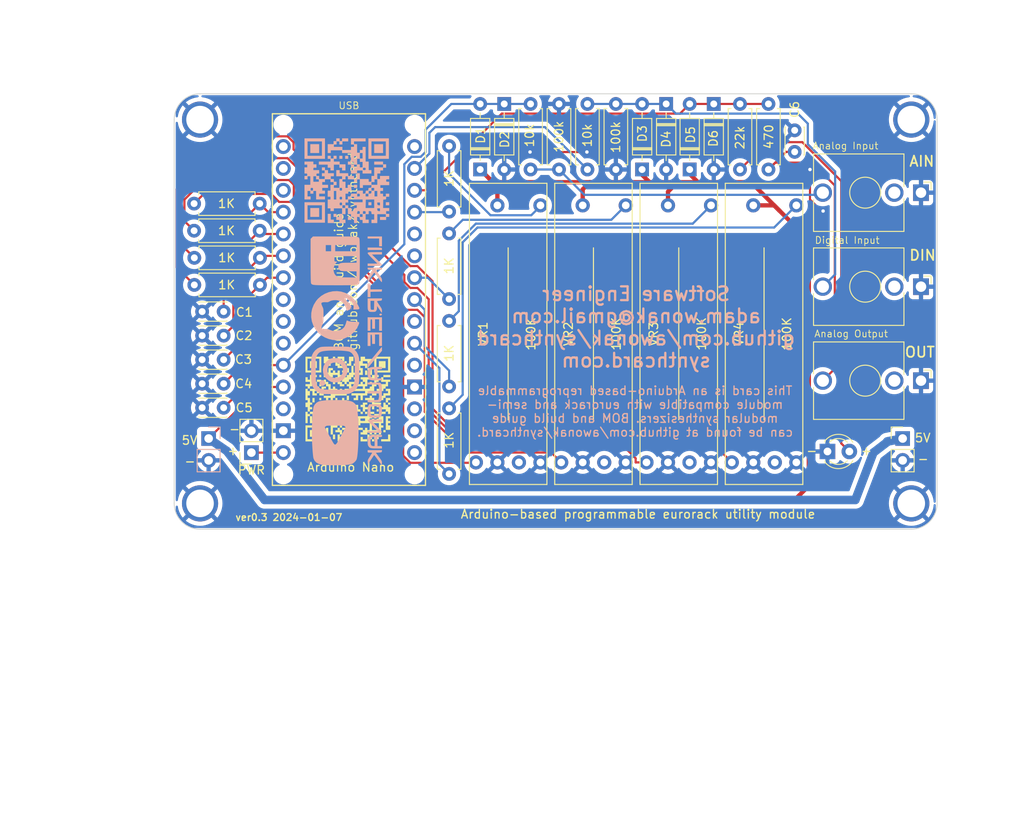
<source format=kicad_pcb>
(kicad_pcb (version 20221018) (generator pcbnew)
  (layers (0 "F.Cu" signal) (31 "B.Cu" signal) (34 "B.Paste" user) (35 "F.Paste" user) (36 "B.SilkS" user "B.Silkscreen") (37 "F.SilkS" user "F.Silkscreen") (38 "B.Mask" user) (39 "F.Mask" user) (44 "Edge.Cuts" user))
  (net 0 "")
  (net 1 "GND")
  (net 2 "A7")
  (net 4 "D5")
  (net 5 "A0")
  (net 6 "A1")
  (net 7 "A2")
  (net 8 "A3")
  (net 12 "D11")
  (net 17 "D3")
  (net 19 "Net-(D3-A)")
  (net 20 "D6")
  (net 23 "D9")
  (net 24 "D10")
  (net 25 "Net-(C6-Pad1)")
  (net 31 "Net-(VR1B-2)")
  (net 32 "Net-(VR2B-2)")
  (net 33 "Net-(VR3B-2)")
  (net 34 "Net-(VR4B-2)")
  (net 35 "+5V")
  (net 36 "Net-(D7-A)")
  (net 37 "Net-(J1-PadT)")
  (net 40 "Net-(VR1A-A)")
  (net 41 "Net-(VR2A-A)")
  (net 42 "Net-(VR3A-A)")
  (net 43 "Net-(VR4A-A)")
  (net 44 "VIN")
  (footprint "Diode_THT:D_DO-35_SOD27_P7.62mm_Horizontal" (layer "F.Cu") (at 159.766 76.2 90)
    (fp_text reference "D5" (at 4.0386 0.1016 90) (layer "F.SilkS"))
    (fp_text value "BAT43" hide)
    (pad "1" thru_hole rect (at 0 0 90) (size 1.6 1.6) (drill 0.8) (layers "*.Cu" "*.Mask") (net 35 "+5V"))
    (pad "2" thru_hole oval (at 7.62 0 90) (size 1.6 1.6) (drill 0.8) (layers "*.Cu" "*.Mask") (net 24 "D10"))
  )
  (footprint "Capacitor_THT:C_Disc_D3.0mm_W2.0mm_P2.50mm" (layer "F.Cu") (at 171.958 74.148 90)
    (fp_text reference "C6" (at 4.9162 0.0008 90) (layer "F.SilkS"))
    (fp_text value "4.7uF")
    (pad "1" thru_hole circle (at 0 0 90) (size 1.6 1.6) (drill 0.8) (layers "*.Cu" "*.Mask") (net 25 "Net-(C6-Pad1)"))
    (pad "2" thru_hole circle (at 2.5 0 90) (size 1.6 1.6) (drill 0.8) (layers "*.Cu" "*.Mask") (net 1 "GND"))
  )
  (footprint "Demo:qr" (layer "F.Cu") (at 119.95 77.5 90)
    (fp_text reference "G***" hide)
    (fp_text value "LOGO" hide)
  )
  (footprint "Resistor_THT:R_Axial_DIN0207_L6.3mm_D2.5mm_P7.62mm_Horizontal" (layer "F.Cu") (at 144.58696 76.2 90)
    (fp_text reference "R6")
    (fp_text value "100k" (at 3.81 -0.01016 90) (layer "F.SilkS"))
    (pad "1" thru_hole circle (at 0 0 90) (size 1.6 1.6) (drill 0.8) (layers "*.Cu" "*.Mask") (net 37 "Net-(J1-PadT)"))
    (pad "2" thru_hole oval (at 7.62 0 90) (size 1.6 1.6) (drill 0.8) (layers "*.Cu" "*.Mask") (net 1 "GND"))
  )
  (footprint "MountingHole:MountingHole_3.2mm_M3_Pad" (layer "F.Cu") (at 102.900002 114.999997)
    (fp_text reference "H4" hide)
    (fp_text value "MountingHole_Pad" hide)
    (pad "1" thru_hole circle (at 0 0) (size 4.2 4.2) (drill 3.2) (layers "*.Cu" "*.Mask") (net 1 "GND"))
  )
  (footprint "Resistor_THT:R_Axial_DIN0207_L6.3mm_D2.5mm_P7.62mm_Horizontal" (layer "F.Cu") (at 109.8296 80.1624 180)
    (fp_text reference "R1")
    (fp_text value "1K" (at 3.8608 0) (layer "F.SilkS"))
    (pad "1" thru_hole circle (at 0 0 180) (size 1.6 1.6) (drill 0.8) (layers "*.Cu" "*.Mask") (net 5 "A0"))
    (pad "2" thru_hole oval (at 7.62 0 180) (size 1.6 1.6) (drill 0.8) (layers "*.Cu" "*.Mask") (net 31 "Net-(VR1B-2)"))
  )
  (footprint "Resistor_THT:R_Axial_DIN0207_L6.3mm_D2.5mm_P7.62mm_Horizontal" (layer "F.Cu") (at 131.826 73.474 -90)
    (fp_text reference "R11")
    (fp_text value "1K" (at 3.7592 0 90) (layer "F.SilkS"))
    (pad "1" thru_hole circle (at 0 0 270) (size 1.6 1.6) (drill 0.8) (layers "*.Cu" "*.Mask") (net 40 "Net-(VR1A-A)"))
    (pad "2" thru_hole oval (at 7.62 0 270) (size 1.6 1.6) (drill 0.8) (layers "*.Cu" "*.Mask") (net 23 "D9"))
  )
  (footprint "Capacitor_THT:C_Disc_D3.0mm_W2.0mm_P2.50mm" (layer "F.Cu") (at 105.644 98.298 180)
    (fp_text reference "C3" (at -2.306 0.0254) (layer "F.SilkS"))
    (fp_text value "0.1uF")
    (pad "1" thru_hole circle (at 0 0 180) (size 1.6 1.6) (drill 0.8) (layers "*.Cu" "*.Mask") (net 7 "A2"))
    (pad "2" thru_hole circle (at 2.5 0 180) (size 1.6 1.6) (drill 0.8) (layers "*.Cu" "*.Mask") (net 1 "GND"))
  )
  (footprint "Diode_THT:D_DO-35_SOD27_P7.62mm_Horizontal" (layer "F.Cu") (at 162.56 68.58 -90)
    (fp_text reference "D6" (at 4.0132 0.0508 90) (layer "F.SilkS"))
    (fp_text value "BAT43" hide)
    (pad "1" thru_hole rect (at 0 0 270) (size 1.6 1.6) (drill 0.8) (layers "*.Cu" "*.Mask") (net 24 "D10"))
    (pad "2" thru_hole oval (at 7.62 0 270) (size 1.6 1.6) (drill 0.8) (layers "*.Cu" "*.Mask") (net 1 "GND"))
  )
  (footprint "PCM_4ms_Potentiometer:Pot_Slider_LED_20mm_RA2045F" (layer "F.Cu") (at 148.59 95.3008)
    (fp_text reference "VR2" (at -2.91 0 90) (layer "F.SilkS"))
    (fp_text value "100K" (at 2.65 0 90) (layer "F.SilkS"))
    (pad "LEDA" thru_hole circle (at 3.74904 -14.9352 90) (size 1.651 1.651) (drill 0.889) (layers "*.Cu" "*.Mask") (net 41 "Net-(VR2A-A)"))
    (pad "LEDC" thru_hole circle (at 3.74904 14.9352 90) (size 1.651 1.651) (drill 0.889) (layers "*.Cu" "*.Mask") (net 1 "GND"))
    (pad "NC" thru_hole circle (at 1.24968 14.9352 90) (size 1.651 1.651) (drill 0.889) (layers "*.Cu" "*.Mask"))
    (pad "P1" thru_hole circle (at -1.24968 14.9352 90) (size 1.651 1.651) (drill 0.889) (layers "*.Cu" "*.Mask") (net 1 "GND"))
    (pad "P2" thru_hole circle (at -3.74904 14.9352 90) (size 1.651 1.651) (drill 0.889) (layers "*.Cu" "*.Mask") (net 32 "Net-(VR2B-2)"))
    (pad "P3" thru_hole circle (at -1.24968 -14.9352 90) (size 1.651 1.651) (drill 0.889) (layers "*.Cu" "*.Mask") (net 35 "+5V"))
  )
  (footprint "Resistor_THT:R_Axial_DIN0207_L6.3mm_D2.5mm_P7.62mm_Horizontal" (layer "F.Cu") (at 141.28496 76.2 90)
    (fp_text reference "R5")
    (fp_text value "10k" (at 3.9624 -0.11176 90) (layer "F.SilkS"))
    (pad "1" thru_hole circle (at 0 0 90) (size 1.6 1.6) (drill 0.8) (layers "*.Cu" "*.Mask") (net 37 "Net-(J1-PadT)"))
    (pad "2" thru_hole oval (at 7.62 0 90) (size 1.6 1.6) (drill 0.8) (layers "*.Cu" "*.Mask") (net 2 "A7"))
  )
  (footprint "Demo:qr2" (layer "F.Cu") (at 120.0678 102.8735)
    (fp_text reference "G***" hide)
    (fp_text value "LOGO" hide)
  )
  (footprint "Demo:socials" (layer "F.Cu") (at 119.027049 97.563055 90)
    (fp_text reference "G***" hide)
    (fp_text value "LOGO" hide)
  )
  (footprint "Resistor_THT:R_Axial_DIN0207_L6.3mm_D2.5mm_P7.62mm_Horizontal" (layer "F.Cu") (at 109.8296 83.312 180)
    (fp_text reference "R2")
    (fp_text value "1K" (at 3.8608 0) (layer "F.SilkS"))
    (pad "1" thru_hole circle (at 0 0 180) (size 1.6 1.6) (drill 0.8) (layers "*.Cu" "*.Mask") (net 6 "A1"))
    (pad "2" thru_hole oval (at 7.62 0 180) (size 1.6 1.6) (drill 0.8) (layers "*.Cu" "*.Mask") (net 32 "Net-(VR2B-2)"))
  )
  (footprint "Resistor_THT:R_Axial_DIN0207_L6.3mm_D2.5mm_P7.62mm_Horizontal" (layer "F.Cu") (at 131.826 103.954 -90)
    (fp_text reference "R14")
    (fp_text value "1K" (at 3.7084 0 90) (layer "F.SilkS"))
    (pad "1" thru_hole circle (at 0 0 270) (size 1.6 1.6) (drill 0.8) (layers "*.Cu" "*.Mask") (net 43 "Net-(VR4A-A)"))
    (pad "2" thru_hole oval (at 7.62 0 270) (size 1.6 1.6) (drill 0.8) (layers "*.Cu" "*.Mask") (net 17 "D3"))
  )
  (footprint "Capacitor_THT:C_Disc_D3.0mm_W2.0mm_P2.50mm" (layer "F.Cu") (at 105.644 92.71 180)
    (fp_text reference "C1" (at -2.4076 -0.0762) (layer "F.SilkS"))
    (fp_text value "0.1uF")
    (pad "1" thru_hole circle (at 0 0 180) (size 1.6 1.6) (drill 0.8) (layers "*.Cu" "*.Mask") (net 5 "A0"))
    (pad "2" thru_hole circle (at 2.5 0 180) (size 1.6 1.6) (drill 0.8) (layers "*.Cu" "*.Mask") (net 1 "GND"))
  )
  (footprint "Resistor_THT:R_Axial_DIN0207_L6.3mm_D2.5mm_P7.62mm_Horizontal" (layer "F.Cu") (at 131.826 93.794 -90)
    (fp_text reference "R13")
    (fp_text value "1K" (at 3.7592 0 90) (layer "F.SilkS"))
    (pad "1" thru_hole circle (at 0 0 270) (size 1.6 1.6) (drill 0.8) (layers "*.Cu" "*.Mask") (net 42 "Net-(VR3A-A)"))
    (pad "2" thru_hole oval (at 7.62 0 270) (size 1.6 1.6) (drill 0.8) (layers "*.Cu" "*.Mask") (net 4 "D5"))
  )
  (footprint "Resistor_THT:R_Axial_DIN0207_L6.3mm_D2.5mm_P7.62mm_Horizontal" (layer "F.Cu") (at 151.19096 68.58 -90)
    (fp_text reference "R8")
    (fp_text value "100k" (at 3.8608 0.01016 90) (layer "F.SilkS"))
    (pad "1" thru_hole circle (at 0 0 270) (size 1.6 1.6) (drill 0.8) (layers "*.Cu" "*.Mask") (net 19 "Net-(D3-A)"))
    (pad "2" thru_hole oval (at 7.62 0 270) (size 1.6 1.6) (drill 0.8) (layers "*.Cu" "*.Mask") (net 1 "GND"))
  )
  (footprint "Resistor_THT:R_Axial_DIN0207_L6.3mm_D2.5mm_P7.62mm_Horizontal" (layer "F.Cu") (at 109.855 86.4616 180)
    (fp_text reference "R3")
    (fp_text value "1K" (at 3.8608 0) (layer "F.SilkS"))
    (pad "1" thru_hole circle (at 0 0 180) (size 1.6 1.6) (drill 0.8) (layers "*.Cu" "*.Mask") (net 7 "A2"))
    (pad "2" thru_hole oval (at 7.62 0 180) (size 1.6 1.6) (drill 0.8) (layers "*.Cu" "*.Mask") (net 33 "Net-(VR3B-2)"))
  )
  (footprint "MountingHole:MountingHole_3.2mm_M3_Pad" (layer "F.Cu") (at 185.5 70.4)
    (fp_text reference "H2" hide)
    (fp_text value "MountingHole_Pad" hide)
    (pad "1" thru_hole circle (at 0 0) (size 4.2 4.2) (drill 3.2) (layers "*.Cu" "*.Mask") (net 1 "GND"))
  )
  (footprint "Resistor_THT:R_Axial_DIN0207_L6.3mm_D2.5mm_P7.62mm_Horizontal" (layer "F.Cu") (at 147.88896 68.58 -90)
    (fp_text reference "R7")
    (fp_text value "10k" (at 3.6576 0.01016 90) (layer "F.SilkS"))
    (pad "1" thru_hole circle (at 0 0 270) (size 1.6 1.6) (drill 0.8) (layers "*.Cu" "*.Mask") (net 19 "Net-(D3-A)"))
    (pad "2" thru_hole oval (at 7.62 0 270) (size 1.6 1.6) (drill 0.8) (layers "*.Cu" "*.Mask") (net 12 "D11"))
  )
  (footprint "Connector_Audio:Jack_3.5mm_QingPu_WQP-PJ398SM_Vertical_CircularHoles" (layer "F.Cu") (at 186.628 78.8924 -90)
    (fp_text reference "J1")
    (fp_text value "Analog Input")
    (pad "S" thru_hole rect (at 0 0 90) (size 1.93 1.83) (drill 1.22) (layers "*.Cu" "*.Mask") (net 1 "GND"))
    (pad "T" thru_hole circle (at 0 11.4 90) (size 2.13 2.13) (drill 1.43) (layers "*.Cu" "*.Mask") (net 37 "Net-(J1-PadT)"))
    (pad "TN" thru_hole circle (at 0 3.1 90) (size 2.13 2.13) (drill 1.42) (layers "*.Cu" "*.Mask"))
  )
  (footprint "Resistor_THT:R_Axial_DIN0207_L6.3mm_D2.5mm_P7.62mm_Horizontal" (layer "F.Cu") (at 165.608 68.58 -90)
    (fp_text reference "R9")
    (fp_text value "22k" (at 3.9116 0 90) (layer "F.SilkS"))
    (pad "1" thru_hole circle (at 0 0 270) (size 1.6 1.6) (drill 0.8) (layers "*.Cu" "*.Mask") (net 24 "D10"))
    (pad "2" thru_hole oval (at 7.62 0 270) (size 1.6 1.6) (drill 0.8) (layers "*.Cu" "*.Mask") (net 36 "Net-(D7-A)"))
  )
  (footprint "PCM_4ms_Potentiometer:Pot_Slider_LED_20mm_RA2045F" (layer "F.Cu") (at 168.402 95.3008)
    (fp_text reference "VR4" (at -2.91 0 90) (layer "F.SilkS"))
    (fp_text value "100K" (at 2.65 0 90) (layer "F.SilkS"))
    (pad "LEDA" thru_hole circle (at 3.74904 -14.9352 90) (size 1.651 1.651) (drill 0.889) (layers "*.Cu" "*.Mask") (net 43 "Net-(VR4A-A)"))
    (pad "LEDC" thru_hole circle (at 3.74904 14.9352 90) (size 1.651 1.651) (drill 0.889) (layers "*.Cu" "*.Mask") (net 1 "GND"))
    (pad "NC" thru_hole circle (at 1.24968 14.9352 90) (size 1.651 1.651) (drill 0.889) (layers "*.Cu" "*.Mask"))
    (pad "P1" thru_hole circle (at -1.24968 14.9352 90) (size 1.651 1.651) (drill 0.889) (layers "*.Cu" "*.Mask") (net 1 "GND"))
    (pad "P2" thru_hole circle (at -3.74904 14.9352 90) (size 1.651 1.651) (drill 0.889) (layers "*.Cu" "*.Mask") (net 34 "Net-(VR4B-2)"))
    (pad "P3" thru_hole circle (at -1.24968 -14.9352 90) (size 1.651 1.651) (drill 0.889) (layers "*.Cu" "*.Mask") (net 35 "+5V"))
  )
  (footprint "LED_THT:LED_D3.0mm" (layer "F.Cu") (at 175.768 108.966)
    (fp_text reference "D7")
    (fp_text value "LED" hide)
    (pad "1" thru_hole rect (at 0 0) (size 1.8 1.8) (drill 0.9) (layers "*.Cu" "*.Mask") (net 1 "GND"))
    (pad "2" thru_hole circle (at 2.54 0) (size 1.8 1.8) (drill 0.9) (layers "*.Cu" "*.Mask") (net 36 "Net-(D7-A)"))
  )
  (footprint "MountingHole:MountingHole_3.2mm_M3_Pad" (layer "F.Cu") (at 102.9 70.4)
    (fp_text reference "H1" hide)
    (fp_text value "MountingHole_Pad" hide)
    (pad "1" thru_hole circle (at 0 0) (size 4.2 4.2) (drill 3.2) (layers "*.Cu" "*.Mask") (net 1 "GND"))
  )
  (footprint "Connector_PinHeader_2.54mm:PinHeader_1x02_P2.54mm_Vertical" (layer "F.Cu") (at 184.5 107.46)
    (fp_text reference "J4" hide)
    (fp_text value "Conn_01x02" hide)
    (pad "1" thru_hole rect (at 0 0) (size 1.7 1.7) (drill 1) (layers "*.Cu" "*.Mask") (net 35 "+5V"))
    (pad "2" thru_hole oval (at 0 2.54) (size 1.7 1.7) (drill 1) (layers "*.Cu" "*.Mask") (net 1 "GND"))
  )
  (footprint "Diode_THT:D_DO-35_SOD27_P7.62mm_Horizontal" (layer "F.Cu") (at 135.4328 76.2 90)
    (fp_text reference "D1" (at 3.9878 0.0508 90) (layer "F.SilkS"))
    (fp_text value "BAT43" hide)
    (pad "1" thru_hole rect (at 0 0 90) (size 1.6 1.6) (drill 0.8) (layers "*.Cu" "*.Mask") (net 35 "+5V"))
    (pad "2" thru_hole oval (at 7.62 0 90) (size 1.6 1.6) (drill 0.8) (layers "*.Cu" "*.Mask") (net 2 "A7"))
  )
  (footprint "Diode_THT:D_DO-35_SOD27_P7.62mm_Horizontal" (layer "F.Cu") (at 154.23896 76.2 90)
    (fp_text reference "D3" (at 4.1656 0.0254 90) (layer "F.SilkS"))
    (fp_text value "BAT43" hide)
    (pad "1" thru_hole rect (at 0 0 90) (size 1.6 1.6) (drill 0.8) (layers "*.Cu" "*.Mask") (net 35 "+5V"))
    (pad "2" thru_hole oval (at 7.62 0 90) (size 1.6 1.6) (drill 0.8) (layers "*.Cu" "*.Mask") (net 19 "Net-(D3-A)"))
  )
  (footprint "Connector_PinSocket_2.54mm:PinSocket_1x02_P2.54mm_Vertical" (layer "F.Cu") (at 108.8644 109.098 180)
    (fp_text reference "J6" hide)
    (fp_text value "Conn_01x02")
    (fp_text user "PWR" (at 0 -2.027 180) (layer "F.SilkS"))
    (pad "1" thru_hole rect (at 0 0 180) (size 1.7 1.7) (drill 1) (layers "*.Cu" "*.Mask") (net 44 "VIN"))
    (pad "2" thru_hole oval (at 0 2.54 180) (size 1.7 1.7) (drill 1) (layers "*.Cu" "*.Mask") (net 1 "GND"))
  )
  (footprint "MountingHole:MountingHole_3.2mm_M3_Pad" (layer "F.Cu") (at 185.5 115)
    (fp_text reference "H3" hide)
    (fp_text value "MountingHole_Pad" hide)
    (pad "1" thru_hole circle (at 0 0) (size 4.2 4.2) (drill 3.2) (layers "*.Cu" "*.Mask") (net 1 "GND"))
  )
  (footprint "PCM_4ms_Potentiometer:Pot_Slider_LED_20mm_RA2045F" (layer "F.Cu") (at 138.684 95.3008)
    (fp_text reference "VR1" (at -2.91 0 90) (layer "F.SilkS"))
    (fp_text value "100K" (at 2.65 0 90) (layer "F.SilkS"))
    (pad "LEDA" thru_hole circle (at 3.74904 -14.9352 90) (size 1.651 1.651) (drill 0.889) (layers "*.Cu" "*.Mask") (net 40 "Net-(VR1A-A)"))
    (pad "LEDC" thru_hole circle (at 3.74904 14.9352 90) (size 1.651 1.651) (drill 0.889) (layers "*.Cu" "*.Mask") (net 1 "GND"))
    (pad "NC" thru_hole circle (at 1.24968 14.9352 90) (size 1.651 1.651) (drill 0.889) (layers "*.Cu" "*.Mask"))
    (pad "P1" thru_hole circle (at -1.24968 14.9352 90) (size 1.651 1.651) (drill 0.889) (layers "*.Cu" "*.Mask") (net 1 "GND"))
    (pad "P2" thru_hole circle (at -3.74904 14.9352 90) (size 1.651 1.651) (drill 0.889) (layers "*.Cu" "*.Mask") (net 31 "Net-(VR1B-2)"))
    (pad "P3" thru_hole circle (at -1.24968 -14.9352 90) (size 1.651 1.651) (drill 0.889) (layers "*.Cu" "*.Mask") (net 35 "+5V"))
  )
  (footprint "PCM_arduino-library:Arduino_Nano_Socket" (layer "F.Cu") (at 120.1928 69.723 180)
    (fp_text reference "A1")
    (fp_text value "Arduino Nano" (at -0.2032 -41.0718 180) (layer "F.SilkS"))
    (fp_text user "USB" (at 0 0.9525) (layer "F.SilkS") (effects (font (size 0.8 0.8) (thickness 0.1))))
    (pad "" np_thru_hole circle (at -7.62 -41.91 180) (size 1.8 1.8) (drill 1.8) (layers "F&B.Cu" "*.Mask"))
    (pad "" np_thru_hole circle (at -7.62 -1.27 180) (size 1.8 1.8) (drill 1.8) (layers "F&B.Cu" "*.Mask"))
    (pad "" np_thru_hole circle (at 7.62 -41.91 180) (size 1.8 1.8) (drill 1.8) (layers "F&B.Cu" "*.Mask"))
    (pad "" np_thru_hole circle (at 7.62 -1.27 180) (size 1.8 1.8) (drill 1.8) (layers "F&B.Cu" "*.Mask"))
    (pad "3V3" thru_hole circle (at 7.62 -6.35 180) (size 1.7272 1.7272) (drill 1.016) (layers "*.Cu" "*.Mask"))
    (pad "5V" thru_hole circle (at 7.62 -31.75 180) (size 1.7272 1.7272) (drill 1.016) (layers "*.Cu" "*.Mask") (net 35 "+5V"))
    (pad "A0" thru_hole circle (at 7.62 -11.43 180) (size 1.7272 1.7272) (drill 1.016) (layers "*.Cu" "*.Mask") (net 5 "A0"))
    (pad "A1" thru_hole circle (at 7.62 -13.97 180) (size 1.7272 1.7272) (drill 1.016) (layers "*.Cu" "*.Mask") (net 6 "A1"))
    (pad "A2" thru_hole circle (at 7.62 -16.51 180) (size 1.7272 1.7272) (drill 1.016) (layers "*.Cu" "*.Mask") (net 7 "A2"))
    (pad "A3" thru_hole circle (at 7.62 -19.05 180) (size 1.7272 1.7272) (drill 1.016) (layers "*.Cu" "*.Mask") (net 8 "A3"))
    (pad "A4" thru_hole circle (at 7.62 -21.59 180) (size 1.7272 1.7272) (drill 1.016) (layers "*.Cu" "*.Mask"))
    (pad "A5" thru_hole circle (at 7.62 -24.13 180) (size 1.7272 1.7272) (drill 1.016) (layers "*.Cu" "*.Mask"))
    (pad "A6" thru_hole circle (at 7.62 -26.67 180) (size 1.7272 1.7272) (drill 1.016) (layers "*.Cu" "*.Mask"))
    (pad "A7" thru_hole circle (at 7.62 -29.21 180) (size 1.7272 1.7272) (drill 1.016) (layers "*.Cu" "*.Mask") (net 2 "A7"))
    (pad "AREF" thru_hole circle (at 7.62 -8.89 180) (size 1.7272 1.7272) (drill 1.016) (layers "*.Cu" "*.Mask"))
    (pad "D0" thru_hole circle (at -7.62 -36.83 180) (size 1.7272 1.7272) (drill 1.016) (layers "*.Cu" "*.Mask"))
    (pad "D1" thru_hole circle (at -7.62 -39.37 180) (size 1.7272 1.7272) (drill 1.016) (layers "*.Cu" "*.Mask"))
    (pad "D2" thru_hole circle (at -7.62 -29.21 180) (size 1.7272 1.7272) (drill 1.016) (layers "*.Cu" "*.Mask"))
    (pad "D3" thru_hole circle (at -7.62 -26.67 180) (size 1.7272 1.7272) (drill 1.016) (layers "*.Cu" "*.Mask") (net 17 "D3"))
    (pad "D4" thru_hole circle (at -7.62 -24.13 180) (size 1.7272 1.7272) (drill 1.016) (layers "*.Cu" "*.Mask"))
    (pad "D5" thru_hole circle (at -7.62 -21.59 180) (size 1.7272 1.7272) (drill 1.016) (layers "*.Cu" "*.Mask") (net 4 "D5"))
    (pad "D6" thru_hole circle (at -7.62 -19.05 180) (size 1.7272 1.7272) (drill 1.016) (layers "*.Cu" "*.Mask") (net 20 "D6"))
    (pad "D7" thru_hole circle (at -7.62 -16.51 180) (size 1.7272 1.7272) (drill 1.016) (layers "*.Cu" "*.Mask"))
    (pad "D8" thru_hole circle (at -7.62 -13.97 180) (size 1.7272 1.7272) (drill 1.016) (layers "*.Cu" "*.Mask"))
    (pad "D9" thru_hole circle (at -7.62 -11.43 180) (size 1.7272 1.7272) (drill 1.016) (layers "*.Cu" "*.Mask") (net 23 "D9"))
    (pad "D10" thru_hole circle (at -7.62 -8.89 180) (size 1.7272 1.7272) (drill 1.016) (layers "*.Cu" "*.Mask") (net 24 "D10"))
    (pad "D11" thru_hole circle (at -7.62 -6.35 180) (size 1.7272 1.7272) (drill 1.016) (layers "*.Cu" "*.Mask") (net 12 "D11"))
    (pad "D12" thru_hole circle (at -7.62 -3.81 180) (size 1.7272 1.7272) (drill 1.016) (layers "*.Cu" "*.Mask"))
    (pad "D13" thru_hole circle (at 7.62 -3.81 180) (size 1.7272 1.7272) (drill 1.016) (layers "*.Cu" "*.Mask"))
    (pad "GND1" thru_hole rect (at -7.62 -31.75 180) (size 1.7272 1.7272) (drill 1.016) (layers "*.Cu" "*.Mask") (net 1 "GND"))
    (pad "GND2" thru_hole rect (at 7.62 -36.83 180) (size 1.7272 1.7272) (drill 1.016) (layers "*.Cu" "*.Mask") (net 1 "GND"))
    (pad "RST1" thru_hole circle (at -7.62 -34.29 180) (size 1.7272 1.7272) (drill 1.016) (layers "*.Cu" "*.Mask"))
    (pad "RST2" thru_hole circle (at 7.62 -34.29 180) (size 1.7272 1.7272) (drill 1.016) (layers "*.Cu" "*.Mask"))
    (pad "VIN" thru_hole circle (at 7.62 -39.37 180) (size 1.7272 1.7272) (drill 1.016) (layers "*.Cu" "*.Mask") (net 44 "VIN"))
  )
  (footprint "Capacitor_THT:C_Disc_D3.0mm_W2.0mm_P2.50mm" (layer "F.Cu") (at 105.644 103.886 180)
    (fp_text reference "C5" (at -2.3822 0) (layer "F.SilkS"))
    (fp_text value "0.1uF")
    (pad "1" thru_hole circle (at 0 0 180) (size 1.6 1.6) (drill 0.8) (layers "*.Cu" "*.Mask") (net 2 "A7"))
    (pad "2" thru_hole circle (at 2.5 0 180) (size 1.6 1.6) (drill 0.8) (layers "*.Cu" "*.Mask") (net 1 "GND"))
  )
  (footprint "Capacitor_THT:C_Disc_D3.0mm_W2.0mm_P2.50mm" (layer "F.Cu") (at 105.644 101.092 180)
    (fp_text reference "C4" (at -2.3314 0) (layer "F.SilkS"))
    (fp_text value "0.1uF")
    (pad "1" thru_hole circle (at 0 0 180) (size 1.6 1.6) (drill 0.8) (layers "*.Cu" "*.Mask") (net 8 "A3"))
    (pad "2" thru_hole circle (at 2.5 0 180) (size 1.6 1.6) (drill 0.8) (layers "*.Cu" "*.Mask") (net 1 "GND"))
  )
  (footprint "PCM_4ms_Potentiometer:Pot_Slider_LED_20mm_RA2045F" (layer "F.Cu") (at 158.496 95.3008)
    (fp_text reference "VR3" (at -2.91 0 90) (layer "F.SilkS"))
    (fp_text value "100K" (at 2.65 0 90) (layer "F.SilkS"))
    (pad "LEDA" thru_hole circle (at 3.74904 -14.9352 90) (size 1.651 1.651) (drill 0.889) (layers "*.Cu" "*.Mask") (net 42 "Net-(VR3A-A)"))
    (pad "LEDC" thru_hole circle (at 3.74904 14.9352 90) (size 1.651 1.651) (drill 0.889) (layers "*.Cu" "*.Mask") (net 1 "GND"))
    (pad "NC" thru_hole circle (at 1.24968 14.9352 90) (size 1.651 1.651) (drill 0.889) (layers "*.Cu" "*.Mask"))
    (pad "P1" thru_hole circle (at -1.24968 14.9352 90) (size 1.651 1.651) (drill 0.889) (layers "*.Cu" "*.Mask") (net 1 "GND"))
    (pad "P2" thru_hole circle (at -3.74904 14.9352 90) (size 1.651 1.651) (drill 0.889) (layers "*.Cu" "*.Mask") (net 33 "Net-(VR3B-2)"))
    (pad "P3" thru_hole circle (at -1.24968 -14.9352 90) (size 1.651 1.651) (drill 0.889) (layers "*.Cu" "*.Mask") (net 35 "+5V"))
  )
  (footprint "Diode_THT:D_DO-35_SOD27_P7.62mm_Horizontal" (layer "F.Cu") (at 138.2268 68.58 -90)
    (fp_text reference "D2" (at 4.1402 -0.0508 90) (layer "F.SilkS"))
    (fp_text value "BAT43" hide)
    (pad "1" thru_hole rect (at 0 0 270) (size 1.6 1.6) (drill 0.8) (layers "*.Cu" "*.Mask") (net 2 "A7"))
    (pad "2" thru_hole oval (at 7.62 0 270) (size 1.6 1.6) (drill 0.8) (layers "*.Cu" "*.Mask") (net 1 "GND"))
  )
  (footprint "Diode_THT:D_DO-35_SOD27_P7.62mm_Horizontal" (layer "F.Cu") (at 157.03296 68.58 -90)
    (fp_text reference "D4" (at 4.0894 0 90) (layer "F.SilkS"))
    (fp_text value "BAT43" hide)
    (pad "1" thru_hole rect (at 0 0 270) (size 1.6 1.6) (drill 0.8) (layers "*.Cu" "*.Mask") (net 19 "Net-(D3-A)"))
    (pad "2" thru_hole oval (at 7.62 0 270) (size 1.6 1.6) (drill 0.8) (layers "*.Cu" "*.Mask") (net 1 "GND"))
  )
  (footprint "Connector_Audio:Jack_3.5mm_QingPu_WQP-PJ398SM_Vertical_CircularHoles" (layer "F.Cu") (at 186.628 89.8144 -90)
    (fp_text reference "J2")
    (fp_text value "Digital Input")
    (pad "S" thru_hole rect (at 0 0 90) (size 1.93 1.83) (drill 1.22) (layers "*.Cu" "*.Mask") (net 1 "GND"))
    (pad "T" thru_hole circle (at 0 11.4 90) (size 2.13 2.13) (drill 1.43) (layers "*.Cu" "*.Mask") (net 19 "Net-(D3-A)"))
    (pad "TN" thru_hole circle (at 0 3.1 90) (size 2.13 2.13) (drill 1.42) (layers "*.Cu" "*.Mask"))
  )
  (footprint "Capacitor_THT:C_Disc_D3.0mm_W2.0mm_P2.50mm" (layer "F.Cu") (at 105.644 95.504 180)
    (fp_text reference "C2" (at -2.3568 0) (layer "F.SilkS"))
    (fp_text value "0.1uF")
    (pad "1" thru_hole circle (at 0 0 180) (size 1.6 1.6) (drill 0.8) (layers "*.Cu" "*.Mask") (net 6 "A1"))
    (pad "2" thru_hole circle (at 2.5 0 180) (size 1.6 1.6) (drill 0.8) (layers "*.Cu" "*.Mask") (net 1 "GND"))
  )
  (footprint "Connector_Audio:Jack_3.5mm_QingPu_WQP-PJ398SM_Vertical_CircularHoles" (layer "F.Cu") (at 186.628 100.7364 -90)
    (fp_text reference "J3")
    (fp_text value "Analog Output")
    (pad "S" thru_hole rect (at 0 0 90) (size 1.93 1.83) (drill 1.22) (layers "*.Cu" "*.Mask") (net 1 "GND"))
    (pad "T" thru_hole circle (at 0 11.4 90) (size 2.13 2.13) (drill 1.43) (layers "*.Cu" "*.Mask") (net 25 "Net-(C6-Pad1)"))
    (pad "TN" thru_hole circle (at 0 3.1 90) (size 2.13 2.13) (drill 1.42) (layers "*.Cu" "*.Mask"))
  )
  (footprint "Resistor_THT:R_Axial_DIN0207_L6.3mm_D2.5mm_P7.62mm_Horizontal" (layer "F.Cu") (at 168.91 68.58 -90)
    (fp_text reference "R10")
    (fp_text value "470" (at 3.81 -0.0508 90) (layer "F.SilkS"))
    (pad "1" thru_hole circle (at 0 0 270) (size 1.6 1.6) (drill 0.8) (layers "*.Cu" "*.Mask") (net 24 "D10"))
    (pad "2" thru_hole oval (at 7.62 0 270) (size 1.6 1.6) (drill 0.8) (layers "*.Cu" "*.Mask") (net 25 "Net-(C6-Pad1)"))
  )
  (footprint "Resistor_THT:R_Axial_DIN0207_L6.3mm_D2.5mm_P7.62mm_Horizontal" (layer "F.Cu") (at 109.855 89.6112 180)
    (fp_text reference "R4")
    (fp_text value "1K" (at 3.8608 0) (layer "F.SilkS"))
    (pad "1" thru_hole circle (at 0 0 180) (size 1.6 1.6) (drill 0.8) (layers "*.Cu" "*.Mask") (net 8 "A3"))
    (pad "2" thru_hole oval (at 7.62 0 180) (size 1.6 1.6) (drill 0.8) (layers "*.Cu" "*.Mask") (net 34 "Net-(VR4B-2)"))
  )
  (footprint "Resistor_THT:R_Axial_DIN0207_L6.3mm_D2.5mm_P7.62mm_Horizontal" (layer "F.Cu") (at 131.826 83.634 -90)
    (fp_text reference "R12")
    (fp_text value "1K" (at 3.7592 0 90) (layer "F.SilkS"))
    (pad "1" thru_hole circle (at 0 0 270) (size 1.6 1.6) (drill 0.8) (layers "*.Cu" "*.Mask") (net 41 "Net-(VR2A-A)"))
    (pad "2" thru_hole oval (at 7.62 0 270) (size 1.6 1.6) (drill 0.8) (layers "*.Cu" "*.Mask") (net 20 "D6"))
  )
  (footprint "Connector_PinHeader_2.54mm:PinHeader_1x02_P2.54mm_Vertical" (layer "B.Cu") (at 103.9 107.46 180)
    (fp_text reference "J5" hide)
    (fp_text value "Conn_01x02" hide)
    (pad "1" thru_hole rect (at 0 0 180) (size 1.7 1.7) (drill 1) (layers "*.Cu" "*.Mask") (net 35 "+5V"))
    (pad "2" thru_hole oval (at 0 -2.54 180) (size 1.7 1.7) (drill 1) (layers "*.Cu" "*.Mask") (net 1 "GND"))
  )
  (gr_line (start 185.5 118) (end 102.9 118) (stroke (width 0.1)) (layer "Edge.Cuts"))
  (gr_arc (start 102.9 118) (mid 100.77868 117.12132) (end 99.9 115) (stroke (width 0.1)) (layer "Edge.Cuts"))
  (gr_arc (start 99.9 70.4) (mid 100.778681 68.278681) (end 102.9 67.4) (stroke (width 0.1)) (layer "Edge.Cuts"))
  (gr_line (start 102.9 67.4) (end 185.5 67.4) (stroke (width 0.1)) (layer "Edge.Cuts"))
  (gr_line (start 188.5 70.4) (end 188.5 115) (stroke (width 0.1)) (layer "Edge.Cuts"))
  (gr_arc (start 188.5 115) (mid 187.62132 117.12132) (end 185.5 118) (stroke (width 0.1)) (layer "Edge.Cuts"))
  (gr_arc (start 185.5 67.4) (mid 187.621319 68.278681) (end 188.5 70.4) (stroke (width 0.1)) (layer "Edge.Cuts"))
  (gr_line (start 99.9 115) (end 99.9 70.4) (stroke (width 0.1)) (layer "Edge.Cuts"))
  (gr_text "This card is an Arduino-based reprogrammable\nmodule compatible with eurorack and semi-\nmodular synthesizers. BOM and build guide\ncan be found at github.com/awonak/synthcard.\n" (at 153.416 107.315) (layer "B.SilkS") (effects (font (size 1 1)) (justify bottom mirror)))
  (gr_text "Software Engineer\nadam.wonak@gmail.com\ngithub.com/awonak/synthcard\nsynthcard.com" (at 153.543 99.314) (layer "B.SilkS") (effects (font (size 1.6 1.6) (thickness 0.266) bold) (justify bottom mirror)))
  (gr_text "-" (at 101.0158 110.6932) (layer "F.SilkS") (effects (font (size 1 1)) (justify left bottom)))
  (gr_text "5V" (at 185.8264 107.9754) (layer "F.SilkS") (effects (font (size 1 1)) (justify left bottom)))
  (gr_text "ver0.3 2024-01-07" (at 106.934 117.094) (layer "F.SilkS") (effects (font (size 0.8 0.8)) (justify left bottom)))
  (gr_text "OUT" (at 184.648 98.1264) (layer "F.SilkS") (effects (font (size 1.2 1.2) (thickness 0.2) bold) (justify left bottom)))
  (gr_text "-" (at 173.228 109.474) (layer "F.SilkS") (effects (font (size 1 1)) (justify left bottom)))
  (gr_text "AIN" (at 185.166 75.946) (layer "F.SilkS") (effects (font (size 1.2 1.2) (thickness 0.2) bold) (justify left bottom)))
  (gr_text "+" (at 107.442 109.474) (layer "F.SilkS") (effects (font (size 1 1)) (justify left bottom mirror)))
  (gr_text "+" (at 179.578 109.474) (layer "F.SilkS") (effects (font (size 1 1)) (justify left bottom)))
  (gr_text "Arduino-based programmable eurorack utility module" (at 133.096 116.84) (layer "F.SilkS") (effects (font (size 1 1)) (justify left bottom)))
  (gr_text "Analog Output" (at 174.187475 95.758) (layer "F.SilkS") (effects (font (size 0.8 0.8) (thickness 0.1)) (justify left bottom)))
  (gr_text "-" (at 106.1974 105.918 180) (layer "F.SilkS") (effects (font (size 1 1)) (justify left bottom mirror)))
  (gr_text "-" (at 186.1566 110.4138) (layer "F.SilkS") (effects (font (size 1 1)) (justify left bottom)))
  (gr_text "Digital Input\n" (at 174.244 84.8868) (layer "F.SilkS") (effects (font (size 0.8 0.8) (thickness 0.1)) (justify left bottom)))
  (gr_text "BOM and build guide\ngithub.com/awonak/synthcard" (at 121.2235 97.3072 90) (layer "F.SilkS") (effects (font (size 1 1) (thickness 0.125)) (justify left bottom)))
  (gr_text "Analog Input" (at 173.99 73.914) (layer "F.SilkS") (effects (font (size 0.8 0.8) (thickness 0.1)) (justify left bottom)))
  (gr_text "5V" (at 100.6856 108.2548) (layer "F.SilkS") (effects (font (size 1 1)) (justify left bottom)))
  (gr_text "DIN" (at 185.166 86.868) (layer "F.SilkS") (effects (font (size 1.2 1.2) (thickness 0.2) bold) (justify left bottom)))
  (segment (start 173.736 76.2) (end 173.736 79.687111) (width 0.25) (layer "F.Cu") (net 1))
  (segment (start 175.074889 81.026) (end 175.26 81.026) (width 0.25) (layer "F.Cu") (net 1))
  (segment (start 141.224 74.168) (end 147.828 74.168) (width 0.25) (layer "F.Cu") (net 1))
  (segment (start 173.736 79.687111) (end 175.074889 81.026) (width 0.25) (layer "F.Cu") (net 1))
  (via (at 141.224 74.168) (size 0.8) (drill 0.4) (layers "F.Cu" "B.Cu") (net 1))
  (via (at 173.736 76.2) (size 0.8) (drill 0.4) (layers "F.Cu" "B.Cu") (net 1))
  (via (at 175.26 81.026) (size 0.8) (drill 0.4) (layers "F.Cu" "B.Cu") (net 1))
  (via (at 147.828 74.168) (size 0.8) (drill 0.4) (layers "F.Cu" "B.Cu") (net 1))
  (segment (start 186.667475 71.567475) (end 185.5 70.4) (width 0.25) (layer "B.Cu") (net 1))
  (segment (start 110.597 98.933) (end 105.644 103.886) (width 0.25) (layer "F.Cu") (net 2))
  (segment (start 112.5728 98.933) (end 110.597 98.933) (width 0.25) (layer "F.Cu") (net 2))
  (segment (start 126.6242 84.8816) (end 126.6242 75.580665) (width 0.25) (layer "B.Cu") (net 2))
  (segment (start 128.527804 74.7216) (end 129.0878 74.161604) (width 0.25) (layer "B.Cu") (net 2))
  (segment (start 129.0878 74.161604) (end 129.0878 71.5722) (width 0.25) (layer "B.Cu") (net 2))
  (segment (start 129.0878 71.5722) (end 132.08 68.58) (width 0.25) (layer "B.Cu") (net 2))
  (segment (start 127.483265 74.7216) (end 128.527804 74.7216) (width 0.25) (layer "B.Cu") (net 2))
  (segment (start 138.23696 68.58) (end 141.28496 68.58) (width 0.25) (layer "B.Cu") (net 2))
  (segment (start 112.5728 98.933) (end 126.6242 84.8816) (width 0.25) (layer "B.Cu") (net 2))
  (segment (start 132.08 68.58) (end 135.4328 68.58) (width 0.25) (layer "B.Cu") (net 2))
  (segment (start 126.6242 75.580665) (end 127.483265 74.7216) (width 0.25) (layer "B.Cu") (net 2))
  (segment (start 135.44296 68.58) (end 138.23696 68.58) (width 0.25) (layer "B.Cu") (net 2))
  (segment (start 127.8128 91.313) (end 129.0014 92.5016) (width 0.25) (layer "B.Cu") (net 4))
  (segment (start 129.0014 96.7434) (end 131.826 99.568) (width 0.25) (layer "B.Cu") (net 4))
  (segment (start 129.0014 92.5016) (end 129.0014 96.7434) (width 0.25) (layer "B.Cu") (net 4))
  (segment (start 131.826 99.568) (end 131.826 101.414) (width 0.25) (layer "B.Cu") (net 4))
  (segment (start 110.8202 81.153) (end 109.8296 80.1624) (width 0.25) (layer "F.Cu") (net 5))
  (segment (start 109.8296 80.1624) (end 105.644 84.348) (width 0.25) (layer "F.Cu") (net 5))
  (segment (start 112.5728 81.153) (end 110.8202 81.153) (width 0.25) (layer "F.Cu") (net 5))
  (segment (start 105.644 84.348) (end 105.644 92.71) (width 0.25) (layer "F.Cu") (net 5))
  (segment (start 106.769 86.3726) (end 106.769 94.379) (width 0.25) (layer "F.Cu") (net 6))
  (segment (start 106.769 94.379) (end 105.644 95.504) (width 0.25) (layer "F.Cu") (net 6))
  (segment (start 109.8296 83.312) (end 106.769 86.3726) (width 0.25) (layer "F.Cu") (net 6))
  (segment (start 112.5728 83.693) (end 110.2106 83.693) (width 0.25) (layer "F.Cu") (net 6))
  (segment (start 110.2106 83.693) (end 109.8296 83.312) (width 0.25) (layer "F.Cu") (net 6))
  (segment (start 107.219 89.0976) (end 107.219 96.723) (width 0.25) (layer "F.Cu") (net 7))
  (segment (start 110.0836 86.233) (end 109.855 86.4616) (width 0.25) (layer "F.Cu") (net 7))
  (segment (start 112.5728 86.233) (end 110.0836 86.233) (width 0.25) (layer "F.Cu") (net 7))
  (segment (start 109.855 86.4616) (end 107.219 89.0976) (width 0.25) (layer "F.Cu") (net 7))
  (segment (start 107.219 96.723) (end 105.644 98.298) (width 0.25) (layer "F.Cu") (net 7))
  (segment (start 109.855 89.6112) (end 107.669 91.7972) (width 0.25) (layer "F.Cu") (net 8))
  (segment (start 110.6932 88.773) (end 109.855 89.6112) (width 0.25) (layer "F.Cu") (net 8))
  (segment (start 107.669 99.067) (end 105.644 101.092) (width 0.25) (layer "F.Cu") (net 8))
  (segment (start 112.5728 88.773) (end 110.6932 88.773) (width 0.25) (layer "F.Cu") (net 8))
  (segment (start 107.669 91.7972) (end 107.669 99.067) (width 0.25) (layer "F.Cu") (net 8))
  (segment (start 127.8128 76.073) (end 129.5378 74.348) (width 0.25) (layer "B.Cu") (net 12))
  (segment (start 130.2004 71.2724) (end 142.96136 71.2724) (width 0.25) (layer "B.Cu") (net 12))
  (segment (start 129.5378 74.348) (end 129.5378 71.935) (width 0.25) (layer "B.Cu") (net 12))
  (segment (start 129.5378 71.935) (end 130.2004 71.2724) (width 0.25) (layer "B.Cu") (net 12))
  (segment (start 142.96136 71.2724) (end 147.88896 76.2) (width 0.25) (layer "B.Cu") (net 12))
  (segment (start 130.701 99.2812) (end 130.701 110.449) (width 0.25) (layer "B.Cu") (net 17))
  (segment (start 130.701 110.449) (end 131.826 111.574) (width 0.25) (layer "B.Cu") (net 17))
  (segment (start 127.8128 96.393) (end 130.701 99.2812) (width 0.25) (layer "B.Cu") (net 17))
  (segment (start 173.482 73.2536) (end 176.657475 76.429075) (width 0.25) (layer "B.Cu") (net 19))
  (segment (start 176.657475 76.429075) (end 176.657475 88.384925) (width 0.25) (layer "B.Cu") (net 19))
  (segment (start 151.19096 68.58) (end 154.23896 68.58) (width 0.25) (layer "B.Cu") (net 19))
  (segment (start 176.657475 88.384925) (end 175.228 89.8144) (width 0.25) (layer "B.Cu") (net 19))
  (segment (start 158.15796 69.705) (end 172.321 69.705) (width 0.25) (layer "B.Cu") (net 19))
  (segment (start 154.23896 68.58) (end 157.03296 68.58) (width 0.25) (layer "B.Cu") (net 19))
  (segment (start 157.03296 68.58) (end 158.15796 69.705) (width 0.25) (layer "B.Cu") (net 19))
  (segment (start 172.321 69.705) (end 173.482 70.866) (width 0.25) (layer "B.Cu") (net 19))
  (segment (start 147.88896 68.58) (end 151.19096 68.58) (width 0.25) (layer "B.Cu") (net 19))
  (segment (start 173.482 70.866) (end 173.482 73.2536) (width 0.25) (layer "B.Cu") (net 19))
  (segment (start 129.345 88.773) (end 131.826 91.254) (width 0.25) (layer "B.Cu") (net 20))
  (segment (start 127.8128 88.773) (end 129.345 88.773) (width 0.25) (layer "B.Cu") (net 20))
  (segment (start 131.767 81.153) (end 131.826 81.094) (width 0.25) (layer "B.Cu") (net 23))
  (segment (start 127.8128 81.153) (end 131.767 81.153) (width 0.25) (layer "B.Cu") (net 23))
  (segment (start 162.56 68.58) (end 165.608 68.58) (width 0.25) (layer "F.Cu") (net 24))
  (segment (start 129.034114 78.613) (end 137.942114 69.705) (width 0.25) (layer "F.Cu") (net 24))
  (segment (start 137.942114 69.705) (end 158.641 69.705) (width 0.25) (layer "F.Cu") (net 24))
  (segment (start 158.641 69.705) (end 159.766 68.58) (width 0.25) (layer "F.Cu") (net 24))
  (segment (start 159.766 68.58) (end 162.56 68.58) (width 0.25) (layer "F.Cu") (net 24))
  (segment (start 165.608 68.58) (end 168.91 68.58) (width 0.25) (layer "F.Cu") (net 24))
  (segment (start 127.8128 78.613) (end 129.034114 78.613) (width 0.25) (layer "F.Cu") (net 24))
  (segment (start 170.962 74.148) (end 171.958 74.148) (width 0.25) (layer "F.Cu") (net 25))
  (segment (start 176.618 78.056695) (end 176.618 99.3464) (width 0.25) (layer "F.Cu") (net 25))
  (segment (start 173.961306 75.400001) (end 176.618 78.056695) (width 0.25) (layer "F.Cu") (net 25))
  (segment (start 168.91 76.2) (end 170.962 74.148) (width 0.25) (layer "F.Cu") (net 25))
  (segment (start 176.618 99.3464) (end 175.228 100.7364) (width 0.25) (layer "F.Cu") (net 25))
  (segment (start 169.709999 75.400001) (end 173.961306 75.400001) (width 0.25) (layer "F.Cu") (net 25))
  (segment (start 168.91 76.2) (end 169.709999 75.400001) (width 0.25) (layer "F.Cu") (net 25))
  (segment (start 112.080465 79.9644) (end 113.4924 79.9644) (width 0.25) (layer "F.Cu") (net 31))
  (segment (start 102.2096 80.1624) (end 103.3346 79.0374) (width 0.25) (layer "F.Cu") (net 31))
  (segment (start 111.153465 79.0374) (end 112.080465 79.9644) (width 0.25) (layer "F.Cu") (net 31))
  (segment (start 127.320465 110.2816) (end 134.97064 110.2816) (width 0.25) (layer "F.Cu") (net 31))
  (segment (start 126.492 92.964) (end 126.492 109.453135) (width 0.25) (layer "F.Cu") (net 31))
  (segment (start 113.4924 79.9644) (end 126.492 92.964) (width 0.25) (layer "F.Cu") (net 31))
  (segment (start 103.3346 79.0374) (end 111.153465 79.0374) (width 0.25) (layer "F.Cu") (net 31))
  (segment (start 126.492 109.453135) (end 127.320465 110.2816) (width 0.25) (layer "F.Cu") (net 31))
  (segment (start 102.2096 83.312) (end 101.0846 82.187) (width 0.25) (layer "F.Cu") (net 32))
  (segment (start 129.0014 104.3634) (end 133.7235 109.0855) (width 0.25) (layer "F.Cu") (net 32))
  (segment (start 113.792 79.627604) (end 126.665996 92.5016) (width 0.25) (layer "F.Cu") (net 32))
  (segment (start 101.0846 82.187) (end 101.0846 79.696409) (width 0.25) (layer "F.Cu") (net 32))
  (segment (start 128.142335 92.5016) (end 129.0014 93.360665) (width 0.25) (layer "F.Cu") (net 32))
  (segment (start 113.2384 77.4244) (end 113.792 77.978) (width 0.25) (layer "F.Cu") (net 32))
  (segment (start 101.0846 79.696409) (end 103.356609 77.4244) (width 0.25) (layer "F.Cu") (net 32))
  (segment (start 113.792 77.978) (end 113.792 79.627604) (width 0.25) (layer "F.Cu") (net 32))
  (segment (start 143.69046 109.0855) (end 144.84096 110.236) (width 0.25) (layer "F.Cu") (net 32))
  (segment (start 103.356609 77.4244) (end 113.2384 77.4244) (width 0.25) (layer "F.Cu") (net 32))
  (segment (start 126.665996 92.5016) (end 128.142335 92.5016) (width 0.25) (layer "F.Cu") (net 32))
  (segment (start 129.0014 93.360665) (end 129.0014 104.3634) (width 0.25) (layer "F.Cu") (net 32))
  (segment (start 133.7235 109.0855) (end 143.69046 109.0855) (width 0.25) (layer "F.Cu") (net 32))
  (segment (start 126.6242 89.265335) (end 127.320465 89.9616) (width 0.25) (layer "F.Cu") (net 33))
  (segment (start 126.6242 88.443465) (end 126.6242 89.265335) (width 0.25) (layer "F.Cu") (net 33))
  (segment (start 100.6346 84.8612) (end 100.6346 78.6894) (width 0.25) (layer "F.Cu") (net 33))
  (segment (start 153.48954 110.236) (end 154.74696 110.236) (width 0.25) (layer "F.Cu") (net 33))
  (segment (start 102.235 86.4616) (end 100.6346 84.8612) (width 0.25) (layer "F.Cu") (net 33))
  (segment (start 128.142335 89.9616) (end 129.4514 91.270665) (width 0.25) (layer "F.Cu") (net 33))
  (segment (start 129.4514 91.270665) (end 129.4514 104.177004) (width 0.25) (layer "F.Cu") (net 33))
  (segment (start 133.909896 108.6355) (end 152.365593 108.6355) (width 0.25) (layer "F.Cu") (net 33))
  (segment (start 129.4514 104.177004) (end 133.909896 108.6355) (width 0.25) (layer "F.Cu") (net 33))
  (segment (start 152.365593 108.6355) (end 153.48954 109.759447) (width 0.25) (layer "F.Cu") (net 33))
  (segment (start 104.4396 74.8844) (end 113.065135 74.8844) (width 0.25) (layer "F.Cu") (net 33))
  (segment (start 100.6346 78.6894) (end 104.4396 74.8844) (width 0.25) (layer "F.Cu") (net 33))
  (segment (start 153.48954 109.759447) (end 153.48954 110.236) (width 0.25) (layer "F.Cu") (net 33))
  (segment (start 127.320465 89.9616) (end 128.142335 89.9616) (width 0.25) (layer "F.Cu") (net 33))
  (segment (start 113.065135 74.8844) (end 126.6242 88.443465) (width 0.25) (layer "F.Cu") (net 33))
  (segment (start 128.142335 87.4216) (end 129.9014 89.180665) (width 0.25) (layer "F.Cu") (net 34))
  (segment (start 113.065135 72.3444) (end 113.7614 73.040665) (width 0.25) (layer "F.Cu") (net 34))
  (segment (start 102.235 89.6112) (end 100.1846 87.5608) (width 0.25) (layer "F.Cu") (net 34))
  (segment (start 134.096292 108.1855) (end 162.60246 108.1855) (width 0.25) (layer "F.Cu") (net 34))
  (segment (start 113.7614 73.040665) (end 113.7614 73.862535) (width 0.25) (layer "F.Cu") (net 34))
  (segment (start 129.9014 89.180665) (end 129.9014 103.990608) (width 0.25) (layer "F.Cu") (net 34))
  (segment (start 106.343204 72.3444) (end 113.065135 72.3444) (width 0.25) (layer "F.Cu") (net 34))
  (segment (start 129.9014 103.990608) (end 134.096292 108.1855) (width 0.25) (layer "F.Cu") (net 34))
  (segment (start 100.1846 78.503004) (end 106.343204 72.3444) (width 0.25) (layer "F.Cu") (net 34))
  (segment (start 162.60246 108.1855) (end 164.65296 110.236) (width 0.25) (layer "F.Cu") (net 34))
  (segment (start 100.1846 87.5608) (end 100.1846 78.503004) (width 0.25) (layer "F.Cu") (net 34))
  (segment (start 113.7614 73.862535) (end 127.320465 87.4216) (width 0.25) (layer "F.Cu") (net 34))
  (segment (start 127.320465 87.4216) (end 128.142335 87.4216) (width 0.25) (layer "F.Cu") (net 34))
  (segment (start 105.7 108.5) (end 103.9 107.46) (width 0.5) (layer "F.Cu") (net 35))
  (segment (start 182.7 107.8) (end 184.5 107.46) (width 0.5) (layer "F.Cu") (net 35))
  (segment (start 112.5728 101.473) (end 109.887 101.473) (width 0.25) (layer "F.Cu") (net 35))
  (segment (start 147.34032 78.50968) (end 148.175 77.675) (width 0.5) (layer "F.Cu") (net 35))
  (segment (start 148.175 77.675) (end 166.8839 77.675) (width 0.5) (layer "F.Cu") (net 35))
  (segment (start 171.95 114.6) (end 179 114.6) (width 0.5) (layer "F.Cu") (net 35))
  (segment (start 166.8839 77.675) (end 170.19195 80.98305) (width 0.5) (layer "F.Cu") (net 35))
  (segment (start 147.34032 80.3656) (end 147.34032 78.50968) (width 0.5) (layer "F.Cu") (net 35))
  (segment (start 167.15232 80.3656) (end 169.5745 80.3656) (width 0.5) (layer "F.Cu") (net 35))
  (segment (start 173.6 112.95) (end 171.95 114.6) (width 0.5) (layer "F.Cu") (net 35))
  (segment (start 137.43432 78.20152) (end 136.4234 77.1906) (width 0.5) (layer "F.Cu") (net 35))
  (segment (start 179 114.6) (end 181.2 109.1) (width 0.5) (layer "F.Cu") (net 35))
  (segment (start 159.766 76.716) (end 159.766 76.2) (width 0.5) (layer "F.Cu") (net 35))
  (segment (start 110.4 114.6) (end 106.8 109.7) (width 0.5) (layer "F.Cu") (net 35))
  (segment (start 173.6 84.3911) (end 173.6 112.95) (width 0.5) (layer "F.Cu") (net 35))
  (segment (start 154.23896 76.81396) (end 155.1 77.675) (width 0.5) (layer "F.Cu") (net 35))
  (segment (start 135.4328 76.2) (end 136.4234 77.1906) (width 0.5) (layer "F.Cu") (net 35))
  (segment (start 169.5745 80.3656) (end 170.19195 80.98305) (width 0.5) (layer "F.Cu") (net 35))
  (segment (start 160.725 77.675) (end 159.766 76.716) (width 0.5) (layer "F.Cu") (net 35))
  (segment (start 136.9078 77.675) (end 148.175 77.675) (width 0.5) (layer "F.Cu") (net 35))
  (segment (start 157.24632 80.3656) (end 157.24632 78.77868) (width 0.5) (layer "F.Cu") (net 35))
  (segment (start 137.43432 80.3656) (end 137.43432 78.20152) (width 0.5) (layer "F.Cu") (net 35))
  (segment (start 154.23896 76.61396) (end 154.23896 76.81396) (width 0.5) (layer "F.Cu") (net 35))
  (segment (start 109.887 101.473) (end 103.9 107.46) (width 0.25) (layer "F.Cu") (net 35))
  (segment (start 106.8 109.7) (end 105.7 108.5) (width 0.5) (layer "F.Cu") (net 35))
  (segment (start 181.2 109.1) (end 182.7 107.8) (width 0.5) (layer "F.Cu") (net 35))
  (segment (start 136.4234 77.1906) (end 136.9078 77.675) (width 0.5) (layer "F.Cu") (net 35))
  (segment (start 170.19195 80.98305) (end 173.6 84.3911) (width 0.5) (layer "F.Cu") (net 35))
  (segment (start 157.24632 78.77868) (end 158.35 77.675) (width 0.5) (layer "F.Cu") (net 35))
  (segment (start 171.95 114.6) (end 110.4 114.6) (width 0.5) (layer "F.Cu") (net 35))
  (segment (start 103.9 107.46) (end 106 108.9) (width 1) (layer "B.Cu") (net 35))
  (segment (start 110.4 114.6) (end 179 114.6) (width 1) (layer "B.Cu") (net 35))
  (segment (start 182.8 107.8) (end 184.5 107.46) (width 1) (layer "B.Cu") (net 35))
  (segment (start 106 108.9) (end 110.4 114.6) (width 1) (layer "B.Cu") (net 35))
  (segment (start 179 114.6) (end 181.1 109.1) (width 1) (layer "B.Cu") (net 35))
  (segment (start 184.5 107.46) (end 182.7 107.8) (width 1) (layer "B.Cu") (net 35))
  (segment (start 181.1 109.1) (end 182.8 107.8) (width 1) (layer "B.Cu") (net 35))
  (segment (start 177.3632 77.5412) (end 177.3632 108.0212) (width 0.25) (layer "F.Cu") (net 36))
  (segment (start 168.785 73.023) (end 172.845 73.023) (width 0.25) (layer "F.Cu") (net 36))
  (segment (start 165.608 76.2) (end 168.785 73.023) (width 0.25) (layer "F.Cu") (net 36))
  (segment (start 177.3632 108.0212) (end 178.308 108.966) (width 0.25) (layer "F.Cu") (net 36))
  (segment (start 172.845 73.023) (end 177.3632 77.5412) (width 0.25) (layer "F.Cu") (net 36))
  (segment (start 147.529967 79.143007) (end 175.267475 79.143007) (width 0.25) (layer "B.Cu") (net 37))
  (segment (start 144.58696 76.2) (end 147.529967 79.143007) (width 0.25) (layer "B.Cu") (net 37))
  (segment (start 141.28496 76.2) (end 144.58696 76.2) (width 0.25) (layer "B.Cu") (net 37))
  (segment (start 131.826 73.474) (end 131.826 76.708) (width 0.25) (layer "B.Cu") (net 40))
  (segment (start 136.6341 81.5161) (end 141.36382 81.5161) (width 0.25) (layer "B.Cu") (net 40))
  (segment (start 141.36382 81.5161) (end 142.51432 80.3656) (width 0.25) (layer "B.Cu") (net 40))
  (segment (start 131.826 76.708) (end 136.6341 81.5161) (width 0.25) (layer "B.Cu") (net 40))
  (segment (start 133.418 82.042) (end 150.66264 82.042) (width 0.25) (layer "B.Cu") (net 41))
  (segment (start 150.66264 82.042) (end 152.33904 80.3656) (width 0.25) (layer "B.Cu") (net 41))
  (segment (start 131.826 83.634) (end 133.418 82.042) (width 0.25) (layer "B.Cu") (net 41))
  (segment (start 134.932 82.492) (end 132.951 84.473) (width 0.25) (layer "B.Cu") (net 42))
  (segment (start 132.951 84.473) (end 132.951 92.669) (width 0.25) (layer "B.Cu") (net 42))
  (segment (start 132.951 92.669) (end 131.826 93.794) (width 0.25) (layer "B.Cu") (net 42))
  (segment (start 162.24504 80.3656) (end 160.11864 82.492) (width 0.25) (layer "B.Cu") (net 42))
  (segment (start 160.11864 82.492) (end 134.932 82.492) (width 0.25) (layer "B.Cu") (net 42))
  (segment (start 133.401 84.659396) (end 135.118396 82.942) (width 0.25) (layer "B.Cu") (net 43))
  (segment (start 133.401 102.379) (end 133.401 84.659396) (width 0.25) (layer "B.Cu") (net 43))
  (segment (start 135.118396 82.942) (end 169.57464 82.942) (width 0.25) (layer "B.Cu") (net 43))
  (segment (start 169.57464 82.942) (end 172.15104 80.3656) (width 0.25) (layer "B.Cu") (net 43))
  (segment (start 131.826 103.954) (end 133.401 102.379) (width 0.25) (layer "B.Cu") (net 43))
  (segment (start 112.5678 109.098) (end 112.5728 109.093) (width 0.25) (layer "F.Cu") (net 44))
  (segment (start 108.8644 109.098) (end 112.5678 109.098) (width 0.25) (layer "F.Cu") (net 44))
  (zone (net 1) (net_name "GND") (layer "B.Cu") (connect_pads (clearance 0.508)) (min_thickness 0.25) (fill yes (thermal_gap 0.5) (thermal_bridge_width 0.5))
    (polygon (pts (xy 100.076 67.564) (xy 188.341 67.564) (xy 188.341 117.856) (xy 100.076 117.856)))
  )
)
</source>
